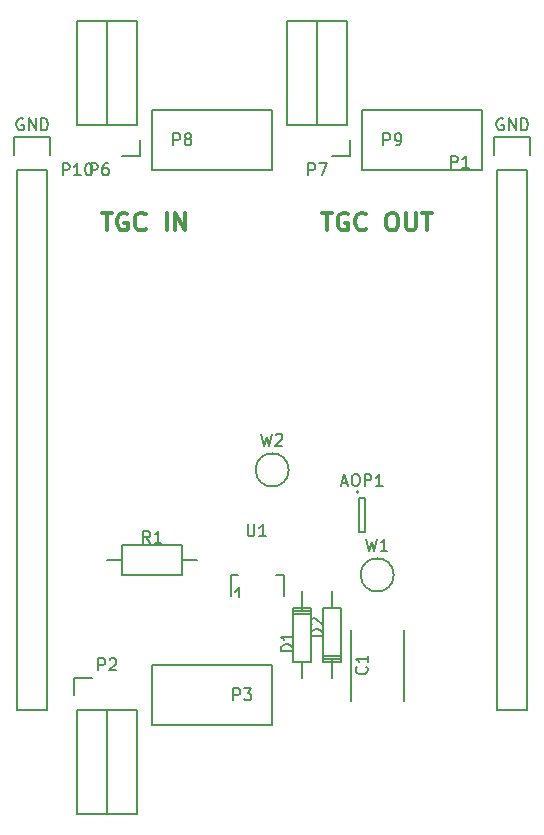
<source format=gbr>
G04 #@! TF.FileFunction,Legend,Top*
%FSLAX46Y46*%
G04 Gerber Fmt 4.6, Leading zero omitted, Abs format (unit mm)*
G04 Created by KiCad (PCBNEW 4.0.3+e1-6302~38~ubuntu16.04.1-stable) date Thu Aug 25 17:22:04 2016*
%MOMM*%
%LPD*%
G01*
G04 APERTURE LIST*
%ADD10C,0.100000*%
%ADD11C,0.300000*%
%ADD12C,0.150000*%
G04 APERTURE END LIST*
D10*
D11*
X98227143Y-83633571D02*
X99084286Y-83633571D01*
X98655715Y-85133571D02*
X98655715Y-83633571D01*
X100370000Y-83705000D02*
X100227143Y-83633571D01*
X100012857Y-83633571D01*
X99798572Y-83705000D01*
X99655714Y-83847857D01*
X99584286Y-83990714D01*
X99512857Y-84276429D01*
X99512857Y-84490714D01*
X99584286Y-84776429D01*
X99655714Y-84919286D01*
X99798572Y-85062143D01*
X100012857Y-85133571D01*
X100155714Y-85133571D01*
X100370000Y-85062143D01*
X100441429Y-84990714D01*
X100441429Y-84490714D01*
X100155714Y-84490714D01*
X101941429Y-84990714D02*
X101870000Y-85062143D01*
X101655714Y-85133571D01*
X101512857Y-85133571D01*
X101298572Y-85062143D01*
X101155714Y-84919286D01*
X101084286Y-84776429D01*
X101012857Y-84490714D01*
X101012857Y-84276429D01*
X101084286Y-83990714D01*
X101155714Y-83847857D01*
X101298572Y-83705000D01*
X101512857Y-83633571D01*
X101655714Y-83633571D01*
X101870000Y-83705000D01*
X101941429Y-83776429D01*
X104012857Y-83633571D02*
X104298571Y-83633571D01*
X104441429Y-83705000D01*
X104584286Y-83847857D01*
X104655714Y-84133571D01*
X104655714Y-84633571D01*
X104584286Y-84919286D01*
X104441429Y-85062143D01*
X104298571Y-85133571D01*
X104012857Y-85133571D01*
X103870000Y-85062143D01*
X103727143Y-84919286D01*
X103655714Y-84633571D01*
X103655714Y-84133571D01*
X103727143Y-83847857D01*
X103870000Y-83705000D01*
X104012857Y-83633571D01*
X105298572Y-83633571D02*
X105298572Y-84847857D01*
X105370000Y-84990714D01*
X105441429Y-85062143D01*
X105584286Y-85133571D01*
X105870000Y-85133571D01*
X106012858Y-85062143D01*
X106084286Y-84990714D01*
X106155715Y-84847857D01*
X106155715Y-83633571D01*
X106655715Y-83633571D02*
X107512858Y-83633571D01*
X107084287Y-85133571D02*
X107084287Y-83633571D01*
X79542143Y-83633571D02*
X80399286Y-83633571D01*
X79970715Y-85133571D02*
X79970715Y-83633571D01*
X81685000Y-83705000D02*
X81542143Y-83633571D01*
X81327857Y-83633571D01*
X81113572Y-83705000D01*
X80970714Y-83847857D01*
X80899286Y-83990714D01*
X80827857Y-84276429D01*
X80827857Y-84490714D01*
X80899286Y-84776429D01*
X80970714Y-84919286D01*
X81113572Y-85062143D01*
X81327857Y-85133571D01*
X81470714Y-85133571D01*
X81685000Y-85062143D01*
X81756429Y-84990714D01*
X81756429Y-84490714D01*
X81470714Y-84490714D01*
X83256429Y-84990714D02*
X83185000Y-85062143D01*
X82970714Y-85133571D01*
X82827857Y-85133571D01*
X82613572Y-85062143D01*
X82470714Y-84919286D01*
X82399286Y-84776429D01*
X82327857Y-84490714D01*
X82327857Y-84276429D01*
X82399286Y-83990714D01*
X82470714Y-83847857D01*
X82613572Y-83705000D01*
X82827857Y-83633571D01*
X82970714Y-83633571D01*
X83185000Y-83705000D01*
X83256429Y-83776429D01*
X85042143Y-85133571D02*
X85042143Y-83633571D01*
X85756429Y-85133571D02*
X85756429Y-83633571D01*
X86613572Y-85133571D01*
X86613572Y-83633571D01*
D12*
X101300000Y-107270000D02*
G75*
G03X101300000Y-107270000I-100000J0D01*
G01*
X101850000Y-107770000D02*
X101350000Y-107770000D01*
X101850000Y-110670000D02*
X101850000Y-107770000D01*
X101350000Y-110670000D02*
X101850000Y-110670000D01*
X101350000Y-107770000D02*
X101350000Y-110670000D01*
X100620000Y-124960000D02*
X100620000Y-118960000D01*
X105120000Y-118960000D02*
X105120000Y-124960000D01*
X96522540Y-121666520D02*
X96522540Y-123063520D01*
X96522540Y-117221520D02*
X96522540Y-115697520D01*
X97284540Y-117602520D02*
X95760540Y-117602520D01*
X97284540Y-117348520D02*
X95760540Y-117348520D01*
X96522540Y-117094520D02*
X95760540Y-117094520D01*
X95760540Y-117094520D02*
X95760540Y-121666520D01*
X95760540Y-121666520D02*
X97284540Y-121666520D01*
X97284540Y-121666520D02*
X97284540Y-117094520D01*
X97284540Y-117094520D02*
X96522540Y-117094520D01*
X99057460Y-117093480D02*
X99057460Y-115696480D01*
X99057460Y-121538480D02*
X99057460Y-123062480D01*
X98295460Y-121157480D02*
X99819460Y-121157480D01*
X98295460Y-121411480D02*
X99819460Y-121411480D01*
X99057460Y-121665480D02*
X99819460Y-121665480D01*
X99819460Y-121665480D02*
X99819460Y-117093480D01*
X99819460Y-117093480D02*
X98295460Y-117093480D01*
X98295460Y-117093480D02*
X98295460Y-121665480D01*
X98295460Y-121665480D02*
X99057460Y-121665480D01*
X82550000Y-134560000D02*
X82550000Y-125730000D01*
X80010000Y-134560000D02*
X82550000Y-134560000D01*
X80010000Y-125730000D02*
X80010000Y-134560000D01*
X80010000Y-125730000D02*
X82550000Y-125730000D01*
X77470000Y-125730000D02*
X80010000Y-125730000D01*
X78740000Y-123060000D02*
X77190000Y-123060000D01*
X77190000Y-123060000D02*
X77190000Y-124460000D01*
X77470000Y-125730000D02*
X77470000Y-134560000D01*
X77470000Y-134560000D02*
X80010000Y-134560000D01*
X80010000Y-134560000D02*
X80010000Y-125730000D01*
X77470000Y-67370000D02*
X77470000Y-76200000D01*
X80010000Y-67370000D02*
X77470000Y-67370000D01*
X80010000Y-76200000D02*
X80010000Y-67370000D01*
X80010000Y-76200000D02*
X77470000Y-76200000D01*
X82550000Y-76200000D02*
X80010000Y-76200000D01*
X81280000Y-78870000D02*
X82830000Y-78870000D01*
X82830000Y-78870000D02*
X82830000Y-77470000D01*
X82550000Y-76200000D02*
X82550000Y-67370000D01*
X82550000Y-67370000D02*
X80010000Y-67370000D01*
X80010000Y-67370000D02*
X80010000Y-76200000D01*
X95250000Y-67370000D02*
X95250000Y-76200000D01*
X97790000Y-67370000D02*
X95250000Y-67370000D01*
X97790000Y-76200000D02*
X97790000Y-67370000D01*
X97790000Y-76200000D02*
X95250000Y-76200000D01*
X100330000Y-76200000D02*
X97790000Y-76200000D01*
X99060000Y-78870000D02*
X100610000Y-78870000D01*
X100610000Y-78870000D02*
X100610000Y-77470000D01*
X100330000Y-76200000D02*
X100330000Y-67370000D01*
X100330000Y-67370000D02*
X97790000Y-67370000D01*
X97790000Y-67370000D02*
X97790000Y-76200000D01*
X81280000Y-111760000D02*
X86360000Y-111760000D01*
X86360000Y-111760000D02*
X86360000Y-114300000D01*
X86360000Y-114300000D02*
X81280000Y-114300000D01*
X81280000Y-114300000D02*
X81280000Y-111760000D01*
X81280000Y-113030000D02*
X80010000Y-113030000D01*
X86360000Y-113030000D02*
X87630000Y-113030000D01*
X90810080Y-115770660D02*
X91059000Y-115470940D01*
X91059000Y-115470940D02*
X91160600Y-115321080D01*
X91160600Y-115321080D02*
X91160600Y-116169440D01*
X90459560Y-114269520D02*
X90459560Y-116070380D01*
X90459560Y-114269520D02*
X91109800Y-114269520D01*
X94960440Y-114269520D02*
X94960440Y-116070380D01*
X94960440Y-114269520D02*
X94310200Y-114269520D01*
X104270000Y-114300000D02*
G75*
G03X104270000Y-114300000I-1400000J0D01*
G01*
X95380000Y-105410000D02*
G75*
G03X95380000Y-105410000I-1400000J0D01*
G01*
X111760000Y-80010000D02*
X101600000Y-80010000D01*
X101600000Y-80010000D02*
X101600000Y-74930000D01*
X101600000Y-74930000D02*
X111760000Y-74930000D01*
X111760000Y-74930000D02*
X111760000Y-80010000D01*
X93980000Y-80010000D02*
X83820000Y-80010000D01*
X83820000Y-80010000D02*
X83820000Y-74930000D01*
X83820000Y-74930000D02*
X93980000Y-74930000D01*
X93980000Y-74930000D02*
X93980000Y-80010000D01*
X83820000Y-121920000D02*
X93980000Y-121920000D01*
X93980000Y-121920000D02*
X93980000Y-127000000D01*
X93980000Y-127000000D02*
X83820000Y-127000000D01*
X83820000Y-127000000D02*
X83820000Y-121920000D01*
X113030000Y-80010000D02*
X113030000Y-125730000D01*
X113030000Y-125730000D02*
X115570000Y-125730000D01*
X115570000Y-125730000D02*
X115570000Y-80010000D01*
X112750000Y-77190000D02*
X112750000Y-78740000D01*
X113030000Y-80010000D02*
X115570000Y-80010000D01*
X115850000Y-78740000D02*
X115850000Y-77190000D01*
X115850000Y-77190000D02*
X112750000Y-77190000D01*
X72390000Y-80010000D02*
X72390000Y-125730000D01*
X72390000Y-125730000D02*
X74930000Y-125730000D01*
X74930000Y-125730000D02*
X74930000Y-80010000D01*
X72110000Y-77190000D02*
X72110000Y-78740000D01*
X72390000Y-80010000D02*
X74930000Y-80010000D01*
X75210000Y-78740000D02*
X75210000Y-77190000D01*
X75210000Y-77190000D02*
X72110000Y-77190000D01*
X99861905Y-106486667D02*
X100338096Y-106486667D01*
X99766667Y-106772381D02*
X100100000Y-105772381D01*
X100433334Y-106772381D01*
X100957143Y-105772381D02*
X101147620Y-105772381D01*
X101242858Y-105820000D01*
X101338096Y-105915238D01*
X101385715Y-106105714D01*
X101385715Y-106439048D01*
X101338096Y-106629524D01*
X101242858Y-106724762D01*
X101147620Y-106772381D01*
X100957143Y-106772381D01*
X100861905Y-106724762D01*
X100766667Y-106629524D01*
X100719048Y-106439048D01*
X100719048Y-106105714D01*
X100766667Y-105915238D01*
X100861905Y-105820000D01*
X100957143Y-105772381D01*
X101814286Y-106772381D02*
X101814286Y-105772381D01*
X102195239Y-105772381D01*
X102290477Y-105820000D01*
X102338096Y-105867619D01*
X102385715Y-105962857D01*
X102385715Y-106105714D01*
X102338096Y-106200952D01*
X102290477Y-106248571D01*
X102195239Y-106296190D01*
X101814286Y-106296190D01*
X103338096Y-106772381D02*
X102766667Y-106772381D01*
X103052381Y-106772381D02*
X103052381Y-105772381D01*
X102957143Y-105915238D01*
X102861905Y-106010476D01*
X102766667Y-106058095D01*
X101957143Y-122086666D02*
X102004762Y-122134285D01*
X102052381Y-122277142D01*
X102052381Y-122372380D01*
X102004762Y-122515238D01*
X101909524Y-122610476D01*
X101814286Y-122658095D01*
X101623810Y-122705714D01*
X101480952Y-122705714D01*
X101290476Y-122658095D01*
X101195238Y-122610476D01*
X101100000Y-122515238D01*
X101052381Y-122372380D01*
X101052381Y-122277142D01*
X101100000Y-122134285D01*
X101147619Y-122086666D01*
X102052381Y-121134285D02*
X102052381Y-121705714D01*
X102052381Y-121420000D02*
X101052381Y-121420000D01*
X101195238Y-121515238D01*
X101290476Y-121610476D01*
X101338095Y-121705714D01*
X95702381Y-120753095D02*
X94702381Y-120753095D01*
X94702381Y-120515000D01*
X94750000Y-120372142D01*
X94845238Y-120276904D01*
X94940476Y-120229285D01*
X95130952Y-120181666D01*
X95273810Y-120181666D01*
X95464286Y-120229285D01*
X95559524Y-120276904D01*
X95654762Y-120372142D01*
X95702381Y-120515000D01*
X95702381Y-120753095D01*
X95702381Y-119229285D02*
X95702381Y-119800714D01*
X95702381Y-119515000D02*
X94702381Y-119515000D01*
X94845238Y-119610238D01*
X94940476Y-119705476D01*
X94988095Y-119800714D01*
X98242381Y-119483095D02*
X97242381Y-119483095D01*
X97242381Y-119245000D01*
X97290000Y-119102142D01*
X97385238Y-119006904D01*
X97480476Y-118959285D01*
X97670952Y-118911666D01*
X97813810Y-118911666D01*
X98004286Y-118959285D01*
X98099524Y-119006904D01*
X98194762Y-119102142D01*
X98242381Y-119245000D01*
X98242381Y-119483095D01*
X97337619Y-118530714D02*
X97290000Y-118483095D01*
X97242381Y-118387857D01*
X97242381Y-118149761D01*
X97290000Y-118054523D01*
X97337619Y-118006904D01*
X97432857Y-117959285D01*
X97528095Y-117959285D01*
X97670952Y-118006904D01*
X98242381Y-118578333D01*
X98242381Y-117959285D01*
X79271905Y-122372381D02*
X79271905Y-121372381D01*
X79652858Y-121372381D01*
X79748096Y-121420000D01*
X79795715Y-121467619D01*
X79843334Y-121562857D01*
X79843334Y-121705714D01*
X79795715Y-121800952D01*
X79748096Y-121848571D01*
X79652858Y-121896190D01*
X79271905Y-121896190D01*
X80224286Y-121467619D02*
X80271905Y-121420000D01*
X80367143Y-121372381D01*
X80605239Y-121372381D01*
X80700477Y-121420000D01*
X80748096Y-121467619D01*
X80795715Y-121562857D01*
X80795715Y-121658095D01*
X80748096Y-121800952D01*
X80176667Y-122372381D01*
X80795715Y-122372381D01*
X78636905Y-80462381D02*
X78636905Y-79462381D01*
X79017858Y-79462381D01*
X79113096Y-79510000D01*
X79160715Y-79557619D01*
X79208334Y-79652857D01*
X79208334Y-79795714D01*
X79160715Y-79890952D01*
X79113096Y-79938571D01*
X79017858Y-79986190D01*
X78636905Y-79986190D01*
X80065477Y-79462381D02*
X79875000Y-79462381D01*
X79779762Y-79510000D01*
X79732143Y-79557619D01*
X79636905Y-79700476D01*
X79589286Y-79890952D01*
X79589286Y-80271905D01*
X79636905Y-80367143D01*
X79684524Y-80414762D01*
X79779762Y-80462381D01*
X79970239Y-80462381D01*
X80065477Y-80414762D01*
X80113096Y-80367143D01*
X80160715Y-80271905D01*
X80160715Y-80033810D01*
X80113096Y-79938571D01*
X80065477Y-79890952D01*
X79970239Y-79843333D01*
X79779762Y-79843333D01*
X79684524Y-79890952D01*
X79636905Y-79938571D01*
X79589286Y-80033810D01*
X97051905Y-80462381D02*
X97051905Y-79462381D01*
X97432858Y-79462381D01*
X97528096Y-79510000D01*
X97575715Y-79557619D01*
X97623334Y-79652857D01*
X97623334Y-79795714D01*
X97575715Y-79890952D01*
X97528096Y-79938571D01*
X97432858Y-79986190D01*
X97051905Y-79986190D01*
X97956667Y-79462381D02*
X98623334Y-79462381D01*
X98194762Y-80462381D01*
X83653334Y-111577381D02*
X83320000Y-111101190D01*
X83081905Y-111577381D02*
X83081905Y-110577381D01*
X83462858Y-110577381D01*
X83558096Y-110625000D01*
X83605715Y-110672619D01*
X83653334Y-110767857D01*
X83653334Y-110910714D01*
X83605715Y-111005952D01*
X83558096Y-111053571D01*
X83462858Y-111101190D01*
X83081905Y-111101190D01*
X84605715Y-111577381D02*
X84034286Y-111577381D01*
X84320000Y-111577381D02*
X84320000Y-110577381D01*
X84224762Y-110720238D01*
X84129524Y-110815476D01*
X84034286Y-110863095D01*
X91897295Y-110021121D02*
X91897295Y-110830645D01*
X91944914Y-110925883D01*
X91992533Y-110973502D01*
X92087771Y-111021121D01*
X92278248Y-111021121D01*
X92373486Y-110973502D01*
X92421105Y-110925883D01*
X92468724Y-110830645D01*
X92468724Y-110021121D01*
X93468724Y-111021121D02*
X92897295Y-111021121D01*
X93183009Y-111021121D02*
X93183009Y-110021121D01*
X93087771Y-110163978D01*
X92992533Y-110259216D01*
X92897295Y-110306835D01*
X101965238Y-111252381D02*
X102203333Y-112252381D01*
X102393810Y-111538095D01*
X102584286Y-112252381D01*
X102822381Y-111252381D01*
X103727143Y-112252381D02*
X103155714Y-112252381D01*
X103441428Y-112252381D02*
X103441428Y-111252381D01*
X103346190Y-111395238D01*
X103250952Y-111490476D01*
X103155714Y-111538095D01*
X93075238Y-102362381D02*
X93313333Y-103362381D01*
X93503810Y-102648095D01*
X93694286Y-103362381D01*
X93932381Y-102362381D01*
X94265714Y-102457619D02*
X94313333Y-102410000D01*
X94408571Y-102362381D01*
X94646667Y-102362381D01*
X94741905Y-102410000D01*
X94789524Y-102457619D01*
X94837143Y-102552857D01*
X94837143Y-102648095D01*
X94789524Y-102790952D01*
X94218095Y-103362381D01*
X94837143Y-103362381D01*
X103401905Y-77922381D02*
X103401905Y-76922381D01*
X103782858Y-76922381D01*
X103878096Y-76970000D01*
X103925715Y-77017619D01*
X103973334Y-77112857D01*
X103973334Y-77255714D01*
X103925715Y-77350952D01*
X103878096Y-77398571D01*
X103782858Y-77446190D01*
X103401905Y-77446190D01*
X104449524Y-77922381D02*
X104640000Y-77922381D01*
X104735239Y-77874762D01*
X104782858Y-77827143D01*
X104878096Y-77684286D01*
X104925715Y-77493810D01*
X104925715Y-77112857D01*
X104878096Y-77017619D01*
X104830477Y-76970000D01*
X104735239Y-76922381D01*
X104544762Y-76922381D01*
X104449524Y-76970000D01*
X104401905Y-77017619D01*
X104354286Y-77112857D01*
X104354286Y-77350952D01*
X104401905Y-77446190D01*
X104449524Y-77493810D01*
X104544762Y-77541429D01*
X104735239Y-77541429D01*
X104830477Y-77493810D01*
X104878096Y-77446190D01*
X104925715Y-77350952D01*
X85621905Y-77922381D02*
X85621905Y-76922381D01*
X86002858Y-76922381D01*
X86098096Y-76970000D01*
X86145715Y-77017619D01*
X86193334Y-77112857D01*
X86193334Y-77255714D01*
X86145715Y-77350952D01*
X86098096Y-77398571D01*
X86002858Y-77446190D01*
X85621905Y-77446190D01*
X86764762Y-77350952D02*
X86669524Y-77303333D01*
X86621905Y-77255714D01*
X86574286Y-77160476D01*
X86574286Y-77112857D01*
X86621905Y-77017619D01*
X86669524Y-76970000D01*
X86764762Y-76922381D01*
X86955239Y-76922381D01*
X87050477Y-76970000D01*
X87098096Y-77017619D01*
X87145715Y-77112857D01*
X87145715Y-77160476D01*
X87098096Y-77255714D01*
X87050477Y-77303333D01*
X86955239Y-77350952D01*
X86764762Y-77350952D01*
X86669524Y-77398571D01*
X86621905Y-77446190D01*
X86574286Y-77541429D01*
X86574286Y-77731905D01*
X86621905Y-77827143D01*
X86669524Y-77874762D01*
X86764762Y-77922381D01*
X86955239Y-77922381D01*
X87050477Y-77874762D01*
X87098096Y-77827143D01*
X87145715Y-77731905D01*
X87145715Y-77541429D01*
X87098096Y-77446190D01*
X87050477Y-77398571D01*
X86955239Y-77350952D01*
X90701905Y-124912381D02*
X90701905Y-123912381D01*
X91082858Y-123912381D01*
X91178096Y-123960000D01*
X91225715Y-124007619D01*
X91273334Y-124102857D01*
X91273334Y-124245714D01*
X91225715Y-124340952D01*
X91178096Y-124388571D01*
X91082858Y-124436190D01*
X90701905Y-124436190D01*
X91606667Y-123912381D02*
X92225715Y-123912381D01*
X91892381Y-124293333D01*
X92035239Y-124293333D01*
X92130477Y-124340952D01*
X92178096Y-124388571D01*
X92225715Y-124483810D01*
X92225715Y-124721905D01*
X92178096Y-124817143D01*
X92130477Y-124864762D01*
X92035239Y-124912381D01*
X91749524Y-124912381D01*
X91654286Y-124864762D01*
X91606667Y-124817143D01*
X109116905Y-79827381D02*
X109116905Y-78827381D01*
X109497858Y-78827381D01*
X109593096Y-78875000D01*
X109640715Y-78922619D01*
X109688334Y-79017857D01*
X109688334Y-79160714D01*
X109640715Y-79255952D01*
X109593096Y-79303571D01*
X109497858Y-79351190D01*
X109116905Y-79351190D01*
X110640715Y-79827381D02*
X110069286Y-79827381D01*
X110355000Y-79827381D02*
X110355000Y-78827381D01*
X110259762Y-78970238D01*
X110164524Y-79065476D01*
X110069286Y-79113095D01*
X113538096Y-75700000D02*
X113442858Y-75652381D01*
X113300001Y-75652381D01*
X113157143Y-75700000D01*
X113061905Y-75795238D01*
X113014286Y-75890476D01*
X112966667Y-76080952D01*
X112966667Y-76223810D01*
X113014286Y-76414286D01*
X113061905Y-76509524D01*
X113157143Y-76604762D01*
X113300001Y-76652381D01*
X113395239Y-76652381D01*
X113538096Y-76604762D01*
X113585715Y-76557143D01*
X113585715Y-76223810D01*
X113395239Y-76223810D01*
X114014286Y-76652381D02*
X114014286Y-75652381D01*
X114585715Y-76652381D01*
X114585715Y-75652381D01*
X115061905Y-76652381D02*
X115061905Y-75652381D01*
X115300000Y-75652381D01*
X115442858Y-75700000D01*
X115538096Y-75795238D01*
X115585715Y-75890476D01*
X115633334Y-76080952D01*
X115633334Y-76223810D01*
X115585715Y-76414286D01*
X115538096Y-76509524D01*
X115442858Y-76604762D01*
X115300000Y-76652381D01*
X115061905Y-76652381D01*
X76255714Y-80462381D02*
X76255714Y-79462381D01*
X76636667Y-79462381D01*
X76731905Y-79510000D01*
X76779524Y-79557619D01*
X76827143Y-79652857D01*
X76827143Y-79795714D01*
X76779524Y-79890952D01*
X76731905Y-79938571D01*
X76636667Y-79986190D01*
X76255714Y-79986190D01*
X77779524Y-80462381D02*
X77208095Y-80462381D01*
X77493809Y-80462381D02*
X77493809Y-79462381D01*
X77398571Y-79605238D01*
X77303333Y-79700476D01*
X77208095Y-79748095D01*
X78398571Y-79462381D02*
X78493810Y-79462381D01*
X78589048Y-79510000D01*
X78636667Y-79557619D01*
X78684286Y-79652857D01*
X78731905Y-79843333D01*
X78731905Y-80081429D01*
X78684286Y-80271905D01*
X78636667Y-80367143D01*
X78589048Y-80414762D01*
X78493810Y-80462381D01*
X78398571Y-80462381D01*
X78303333Y-80414762D01*
X78255714Y-80367143D01*
X78208095Y-80271905D01*
X78160476Y-80081429D01*
X78160476Y-79843333D01*
X78208095Y-79652857D01*
X78255714Y-79557619D01*
X78303333Y-79510000D01*
X78398571Y-79462381D01*
X72898096Y-75700000D02*
X72802858Y-75652381D01*
X72660001Y-75652381D01*
X72517143Y-75700000D01*
X72421905Y-75795238D01*
X72374286Y-75890476D01*
X72326667Y-76080952D01*
X72326667Y-76223810D01*
X72374286Y-76414286D01*
X72421905Y-76509524D01*
X72517143Y-76604762D01*
X72660001Y-76652381D01*
X72755239Y-76652381D01*
X72898096Y-76604762D01*
X72945715Y-76557143D01*
X72945715Y-76223810D01*
X72755239Y-76223810D01*
X73374286Y-76652381D02*
X73374286Y-75652381D01*
X73945715Y-76652381D01*
X73945715Y-75652381D01*
X74421905Y-76652381D02*
X74421905Y-75652381D01*
X74660000Y-75652381D01*
X74802858Y-75700000D01*
X74898096Y-75795238D01*
X74945715Y-75890476D01*
X74993334Y-76080952D01*
X74993334Y-76223810D01*
X74945715Y-76414286D01*
X74898096Y-76509524D01*
X74802858Y-76604762D01*
X74660000Y-76652381D01*
X74421905Y-76652381D01*
M02*

</source>
